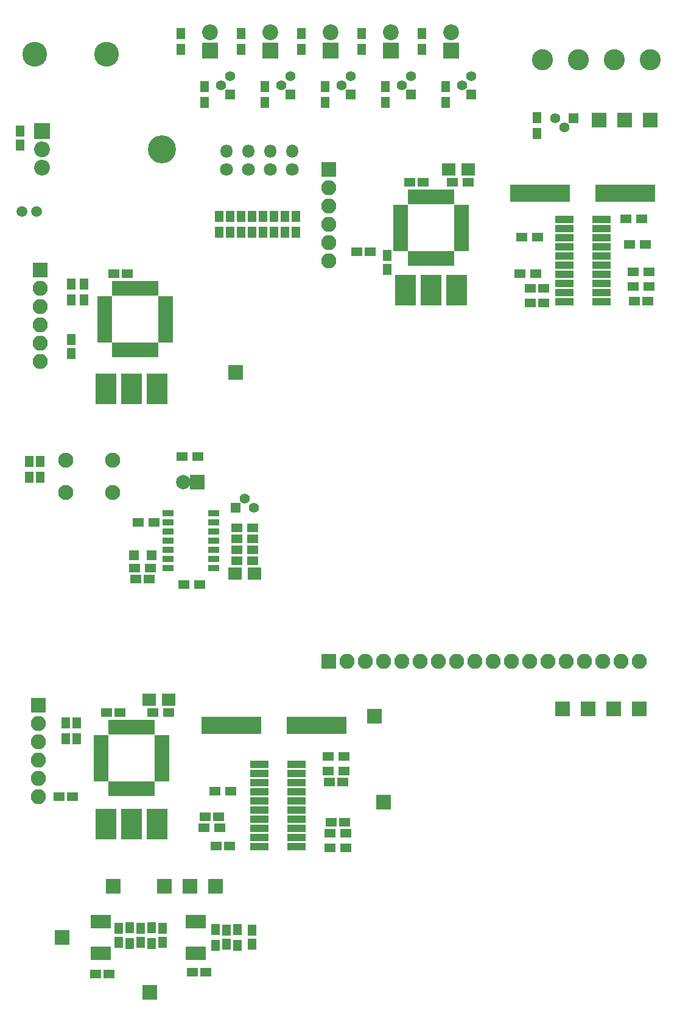
<source format=gbr>
G04 #@! TF.FileFunction,Soldermask,Top*
%FSLAX46Y46*%
G04 Gerber Fmt 4.6, Leading zero omitted, Abs format (unit mm)*
G04 Created by KiCad (PCBNEW 4.0.6) date 01/21/18 14:08:51*
%MOMM*%
%LPD*%
G01*
G04 APERTURE LIST*
%ADD10C,0.100000*%
%ADD11C,2.940000*%
%ADD12R,0.950000X2.000000*%
%ADD13R,2.000000X0.950000*%
%ADD14C,1.400000*%
%ADD15R,1.400000X1.400000*%
%ADD16C,1.500000*%
%ADD17R,2.100000X2.100000*%
%ADD18O,2.100000X2.100000*%
%ADD19C,2.100000*%
%ADD20R,2.600000X1.000000*%
%ADD21R,0.850000X1.850000*%
%ADD22R,1.150000X1.600000*%
%ADD23R,1.600000X1.150000*%
%ADD24R,2.000000X2.000000*%
%ADD25C,2.000000*%
%ADD26R,1.900000X1.700000*%
%ADD27C,3.448000*%
%ADD28R,1.300000X1.600000*%
%ADD29R,1.600000X1.300000*%
%ADD30R,1.543000X0.908000*%
%ADD31R,2.200000X2.200000*%
%ADD32C,2.200000*%
%ADD33O,3.900000X3.900000*%
%ADD34O,2.200000X2.200000*%
%ADD35R,8.275000X2.400000*%
%ADD36R,2.850000X4.200000*%
%ADD37C,1.800000*%
%ADD38O,1.800000X1.800000*%
G04 APERTURE END LIST*
D10*
D11*
X270256000Y-19304000D03*
X265256000Y-19304000D03*
X260256000Y-19304000D03*
X255256000Y-19304000D03*
D12*
X236976000Y-46922000D03*
X237776000Y-46922000D03*
X238576000Y-46922000D03*
X239376000Y-46922000D03*
X240176000Y-46922000D03*
X240976000Y-46922000D03*
X241776000Y-46922000D03*
X242576000Y-46922000D03*
D13*
X244026000Y-45472000D03*
X244026000Y-44672000D03*
X244026000Y-43872000D03*
X244026000Y-43072000D03*
X244026000Y-42272000D03*
X244026000Y-41472000D03*
X244026000Y-40672000D03*
X244026000Y-39872000D03*
D12*
X242576000Y-38422000D03*
X241776000Y-38422000D03*
X240976000Y-38422000D03*
X240176000Y-38422000D03*
X239376000Y-38422000D03*
X238576000Y-38422000D03*
X237776000Y-38422000D03*
X236976000Y-38422000D03*
D13*
X235526000Y-39872000D03*
X235526000Y-40672000D03*
X235526000Y-41472000D03*
X235526000Y-42272000D03*
X235526000Y-43072000D03*
X235526000Y-43872000D03*
X235526000Y-44672000D03*
X235526000Y-45472000D03*
D14*
X244094000Y-22860000D03*
X245364000Y-21590000D03*
D15*
X245364000Y-24130000D03*
D16*
X182880000Y-40386000D03*
X184880000Y-40386000D03*
D17*
X225552000Y-102870000D03*
D18*
X228092000Y-102870000D03*
X230632000Y-102870000D03*
X233172000Y-102870000D03*
X235712000Y-102870000D03*
X238252000Y-102870000D03*
X240792000Y-102870000D03*
X243332000Y-102870000D03*
X245872000Y-102870000D03*
X248412000Y-102870000D03*
X250952000Y-102870000D03*
X253492000Y-102870000D03*
X256032000Y-102870000D03*
X258572000Y-102870000D03*
X261112000Y-102870000D03*
X263652000Y-102870000D03*
X266192000Y-102870000D03*
X268732000Y-102870000D03*
D17*
X225552000Y-34544000D03*
D18*
X225552000Y-37084000D03*
X225552000Y-39624000D03*
X225552000Y-42164000D03*
X225552000Y-44704000D03*
X225552000Y-47244000D03*
D17*
X185420000Y-48514000D03*
D18*
X185420000Y-51054000D03*
X185420000Y-53594000D03*
X185420000Y-56134000D03*
X185420000Y-58674000D03*
X185420000Y-61214000D03*
D14*
X258318000Y-28702000D03*
X257048000Y-27432000D03*
D15*
X259588000Y-27432000D03*
D14*
X235712000Y-22860000D03*
X236982000Y-21590000D03*
D15*
X236982000Y-24130000D03*
D14*
X227330000Y-22860000D03*
X228600000Y-21590000D03*
D15*
X228600000Y-24130000D03*
D14*
X218948000Y-22860000D03*
X220218000Y-21590000D03*
D15*
X220218000Y-24130000D03*
D14*
X210566000Y-22860000D03*
X211836000Y-21590000D03*
D15*
X211836000Y-24130000D03*
D14*
X213868000Y-80264000D03*
X215138000Y-81534000D03*
D15*
X212598000Y-81534000D03*
D19*
X195476000Y-79430000D03*
X188976000Y-79430000D03*
X195476000Y-74930000D03*
X188976000Y-74930000D03*
D20*
X215840000Y-128651000D03*
X221040000Y-128651000D03*
X215840000Y-127381000D03*
X221040000Y-127381000D03*
X215840000Y-126111000D03*
X221040000Y-126111000D03*
X215840000Y-124841000D03*
X221040000Y-124841000D03*
X215840000Y-123571000D03*
X221040000Y-123571000D03*
X215840000Y-122301000D03*
X221040000Y-122301000D03*
X215840000Y-121031000D03*
X221040000Y-121031000D03*
X215840000Y-119761000D03*
X221040000Y-119761000D03*
X215840000Y-118491000D03*
X221040000Y-118491000D03*
X215840000Y-117221000D03*
X221040000Y-117221000D03*
D21*
X192827000Y-143424000D03*
X193477000Y-143424000D03*
X194127000Y-143424000D03*
X194777000Y-143424000D03*
X194777000Y-139024000D03*
X194127000Y-139024000D03*
X193477000Y-139024000D03*
X192827000Y-139024000D03*
D22*
X182626000Y-29276000D03*
X182626000Y-31176000D03*
D23*
X268036000Y-52832000D03*
X269936000Y-52832000D03*
X227772000Y-125222000D03*
X225872000Y-125222000D03*
X227518000Y-119634000D03*
X225618000Y-119634000D03*
X255458000Y-51054000D03*
X253558000Y-51054000D03*
X208346000Y-124460000D03*
X210246000Y-124460000D03*
X255458000Y-53086000D03*
X253558000Y-53086000D03*
X211770000Y-128524000D03*
X209870000Y-128524000D03*
X196530000Y-109982000D03*
X194630000Y-109982000D03*
X188026000Y-121666000D03*
X189926000Y-121666000D03*
D24*
X207264000Y-77978000D03*
D25*
X205264000Y-77978000D03*
D23*
X200594000Y-91440000D03*
X198694000Y-91440000D03*
D22*
X214884000Y-142174000D03*
X214884000Y-140274000D03*
X202438000Y-140020000D03*
X202438000Y-141920000D03*
D23*
X206568000Y-146050000D03*
X208468000Y-146050000D03*
X193106000Y-146304000D03*
X195006000Y-146304000D03*
D22*
X211328000Y-140274000D03*
X211328000Y-142174000D03*
X199390000Y-140020000D03*
X199390000Y-141920000D03*
X196342000Y-140020000D03*
X196342000Y-141920000D03*
D26*
X215218000Y-90678000D03*
X212518000Y-90678000D03*
D27*
X184658000Y-18542000D03*
X194658000Y-18542000D03*
D17*
X185166000Y-108966000D03*
D18*
X185166000Y-111506000D03*
X185166000Y-114046000D03*
X185166000Y-116586000D03*
X185166000Y-119126000D03*
X185166000Y-121666000D03*
D28*
X254508000Y-27348000D03*
X254508000Y-29548000D03*
D29*
X266870000Y-41402000D03*
X269070000Y-41402000D03*
X225468000Y-116078000D03*
X227668000Y-116078000D03*
X267886000Y-50800000D03*
X270086000Y-50800000D03*
X225722000Y-126746000D03*
X227922000Y-126746000D03*
X269578000Y-44958000D03*
X267378000Y-44958000D03*
X227668000Y-118110000D03*
X225468000Y-118110000D03*
X267886000Y-48768000D03*
X270086000Y-48768000D03*
X225722000Y-128778000D03*
X227922000Y-128778000D03*
X254338000Y-49022000D03*
X252138000Y-49022000D03*
X210396000Y-125984000D03*
X208196000Y-125984000D03*
X254592000Y-43942000D03*
X252392000Y-43942000D03*
X211920000Y-120904000D03*
X209720000Y-120904000D03*
D28*
X241808000Y-23030000D03*
X241808000Y-25230000D03*
X238506000Y-15664000D03*
X238506000Y-17864000D03*
X233426000Y-23030000D03*
X233426000Y-25230000D03*
X230124000Y-15664000D03*
X230124000Y-17864000D03*
X225044000Y-23030000D03*
X225044000Y-25230000D03*
X221742000Y-15664000D03*
X221742000Y-17864000D03*
X216662000Y-23030000D03*
X216662000Y-25230000D03*
X213360000Y-15664000D03*
X213360000Y-17864000D03*
X208280000Y-23030000D03*
X208280000Y-25230000D03*
X204978000Y-15664000D03*
X204978000Y-17864000D03*
X185420000Y-77300000D03*
X185420000Y-75100000D03*
X183896000Y-75100000D03*
X183896000Y-77300000D03*
X220980000Y-41064000D03*
X220980000Y-43264000D03*
X219456000Y-43264000D03*
X219456000Y-41064000D03*
X217932000Y-41064000D03*
X217932000Y-43264000D03*
X216408000Y-43264000D03*
X216408000Y-41064000D03*
X214884000Y-41064000D03*
X214884000Y-43264000D03*
X213360000Y-43264000D03*
X213360000Y-41064000D03*
X211836000Y-41064000D03*
X211836000Y-43264000D03*
X210312000Y-43264000D03*
X210312000Y-41064000D03*
D29*
X207348000Y-74422000D03*
X205148000Y-74422000D03*
X201252000Y-83566000D03*
X199052000Y-83566000D03*
X200744000Y-89916000D03*
X198544000Y-89916000D03*
X212768000Y-85852000D03*
X214968000Y-85852000D03*
X212768000Y-87376000D03*
X214968000Y-87376000D03*
X207602000Y-92202000D03*
X205402000Y-92202000D03*
X214968000Y-88900000D03*
X212768000Y-88900000D03*
X212768000Y-84328000D03*
X214968000Y-84328000D03*
D28*
X212852000Y-140124000D03*
X212852000Y-142324000D03*
X200914000Y-139870000D03*
X200914000Y-142070000D03*
X209804000Y-142324000D03*
X209804000Y-140124000D03*
X197866000Y-142070000D03*
X197866000Y-139870000D03*
D20*
X258258000Y-52959000D03*
X263458000Y-52959000D03*
X258258000Y-51689000D03*
X263458000Y-51689000D03*
X258258000Y-50419000D03*
X263458000Y-50419000D03*
X258258000Y-49149000D03*
X263458000Y-49149000D03*
X258258000Y-47879000D03*
X263458000Y-47879000D03*
X258258000Y-46609000D03*
X263458000Y-46609000D03*
X258258000Y-45339000D03*
X263458000Y-45339000D03*
X258258000Y-44069000D03*
X263458000Y-44069000D03*
X258258000Y-42799000D03*
X263458000Y-42799000D03*
X258258000Y-41529000D03*
X263458000Y-41529000D03*
D30*
X203200000Y-82296000D03*
X203200000Y-83566000D03*
X203200000Y-84836000D03*
X203200000Y-86106000D03*
X203200000Y-87376000D03*
X203200000Y-88646000D03*
X203200000Y-89916000D03*
X209550000Y-89916000D03*
X209550000Y-88646000D03*
X209550000Y-86106000D03*
X209550000Y-84836000D03*
X209550000Y-83566000D03*
X209550000Y-82296000D03*
X209550000Y-87376000D03*
D21*
X206035000Y-143424000D03*
X206685000Y-143424000D03*
X207335000Y-143424000D03*
X207985000Y-143424000D03*
X207985000Y-139024000D03*
X207335000Y-139024000D03*
X206685000Y-139024000D03*
X206035000Y-139024000D03*
D31*
X242570000Y-18034000D03*
D32*
X242570000Y-15494000D03*
D31*
X234188000Y-18034000D03*
D32*
X234188000Y-15494000D03*
D31*
X225806000Y-18034000D03*
D32*
X225806000Y-15494000D03*
D31*
X217424000Y-18034000D03*
D32*
X217424000Y-15494000D03*
D31*
X209042000Y-18034000D03*
D32*
X209042000Y-15494000D03*
D33*
X202334000Y-31750000D03*
D31*
X185674000Y-29210000D03*
D34*
X185674000Y-31750000D03*
X185674000Y-34290000D03*
D35*
X266795500Y-37846000D03*
X254920500Y-37846000D03*
X223869500Y-111760000D03*
X211994500Y-111760000D03*
D15*
X200894000Y-88138000D03*
X198394000Y-88138000D03*
D17*
X268732000Y-109474000D03*
X265176000Y-109474000D03*
X270256000Y-27686000D03*
X231902000Y-110490000D03*
X266700000Y-27686000D03*
X206248000Y-134112000D03*
X258064000Y-109474000D03*
X195580000Y-134112000D03*
X202692000Y-134112000D03*
X261620000Y-109474000D03*
X188468000Y-141224000D03*
X212598000Y-62738000D03*
X233172000Y-122428000D03*
X263144000Y-27686000D03*
X209804000Y-134112000D03*
X200660000Y-148844000D03*
D22*
X233680000Y-48448000D03*
X233680000Y-46548000D03*
D23*
X238694000Y-36322000D03*
X236794000Y-36322000D03*
X229428000Y-45974000D03*
X231328000Y-45974000D03*
X197546000Y-49022000D03*
X195646000Y-49022000D03*
D22*
X189738000Y-60132000D03*
X189738000Y-58232000D03*
D26*
X200580000Y-108204000D03*
X203280000Y-108204000D03*
X242236000Y-34544000D03*
X244936000Y-34544000D03*
D28*
X188976000Y-111422000D03*
X188976000Y-113622000D03*
X190500000Y-111422000D03*
X190500000Y-113622000D03*
D29*
X203284000Y-109982000D03*
X201084000Y-109982000D03*
X244940000Y-36322000D03*
X242740000Y-36322000D03*
D28*
X189738000Y-50462000D03*
X189738000Y-52662000D03*
X191516000Y-50462000D03*
X191516000Y-52662000D03*
D36*
X194570000Y-125476000D03*
X198120000Y-125476000D03*
X201670000Y-125476000D03*
X236226000Y-51308000D03*
X239776000Y-51308000D03*
X243326000Y-51308000D03*
X194570000Y-65024000D03*
X198120000Y-65024000D03*
X201670000Y-65024000D03*
D12*
X195320000Y-120582000D03*
X196120000Y-120582000D03*
X196920000Y-120582000D03*
X197720000Y-120582000D03*
X198520000Y-120582000D03*
X199320000Y-120582000D03*
X200120000Y-120582000D03*
X200920000Y-120582000D03*
D13*
X202370000Y-119132000D03*
X202370000Y-118332000D03*
X202370000Y-117532000D03*
X202370000Y-116732000D03*
X202370000Y-115932000D03*
X202370000Y-115132000D03*
X202370000Y-114332000D03*
X202370000Y-113532000D03*
D12*
X200920000Y-112082000D03*
X200120000Y-112082000D03*
X199320000Y-112082000D03*
X198520000Y-112082000D03*
X197720000Y-112082000D03*
X196920000Y-112082000D03*
X196120000Y-112082000D03*
X195320000Y-112082000D03*
D13*
X193870000Y-113532000D03*
X193870000Y-114332000D03*
X193870000Y-115132000D03*
X193870000Y-115932000D03*
X193870000Y-116732000D03*
X193870000Y-117532000D03*
X193870000Y-118332000D03*
X193870000Y-119132000D03*
D12*
X195828000Y-59622000D03*
X196628000Y-59622000D03*
X197428000Y-59622000D03*
X198228000Y-59622000D03*
X199028000Y-59622000D03*
X199828000Y-59622000D03*
X200628000Y-59622000D03*
X201428000Y-59622000D03*
D13*
X202878000Y-58172000D03*
X202878000Y-57372000D03*
X202878000Y-56572000D03*
X202878000Y-55772000D03*
X202878000Y-54972000D03*
X202878000Y-54172000D03*
X202878000Y-53372000D03*
X202878000Y-52572000D03*
D12*
X201428000Y-51122000D03*
X200628000Y-51122000D03*
X199828000Y-51122000D03*
X199028000Y-51122000D03*
X198228000Y-51122000D03*
X197428000Y-51122000D03*
X196628000Y-51122000D03*
X195828000Y-51122000D03*
D13*
X194378000Y-52572000D03*
X194378000Y-53372000D03*
X194378000Y-54172000D03*
X194378000Y-54972000D03*
X194378000Y-55772000D03*
X194378000Y-56572000D03*
X194378000Y-57372000D03*
X194378000Y-58172000D03*
D37*
X220472000Y-34544000D03*
D38*
X220472000Y-32004000D03*
D37*
X217424000Y-34544000D03*
D38*
X217424000Y-32004000D03*
D37*
X214376000Y-34544000D03*
D38*
X214376000Y-32004000D03*
D37*
X211328000Y-34544000D03*
D38*
X211328000Y-32004000D03*
M02*

</source>
